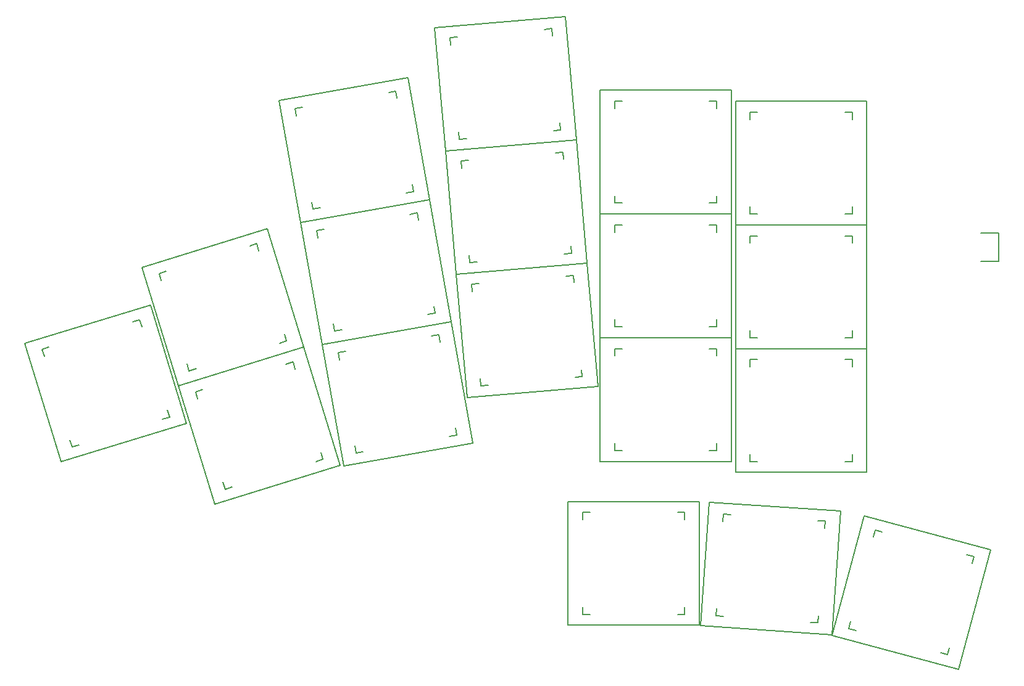
<source format=gbr>
%TF.GenerationSoftware,KiCad,Pcbnew,(6.0.4-0)*%
%TF.CreationDate,2022-07-27T11:57:38+02:00*%
%TF.ProjectId,basbousa,62617362-6f75-4736-912e-6b696361645f,v1.0.0*%
%TF.SameCoordinates,Original*%
%TF.FileFunction,OtherDrawing,Comment*%
%FSLAX46Y46*%
G04 Gerber Fmt 4.6, Leading zero omitted, Abs format (unit mm)*
G04 Created by KiCad (PCBNEW (6.0.4-0)) date 2022-07-27 11:57:38*
%MOMM*%
%LPD*%
G01*
G04 APERTURE LIST*
%ADD10C,0.150000*%
G04 APERTURE END LIST*
D10*
%TO.C,T1*%
X161119000Y89708000D02*
X158619000Y89708000D01*
X158619000Y93608000D02*
X161119000Y93608000D01*
X161119000Y93608000D02*
X161119000Y89708000D01*
%TO.C,S11*%
X67022321Y96843638D02*
X66848673Y97828446D01*
X65313178Y95019131D02*
X62361159Y111760862D01*
X80635981Y100259521D02*
X80809630Y99274713D01*
X78378555Y113062022D02*
X78552203Y112077214D01*
X65576054Y110804595D02*
X64591246Y110630947D01*
X78378555Y113062022D02*
X77393747Y112888373D01*
X62361159Y111760861D02*
X80087697Y114886529D01*
X67022322Y96843638D02*
X66848673Y97828446D01*
X64764895Y109646138D02*
X64591247Y110630946D01*
X79824822Y99101065D02*
X80809630Y99274713D01*
X78378554Y113062021D02*
X78552203Y112077213D01*
X67022322Y96843638D02*
X68007129Y97017286D01*
X83039717Y98144798D02*
X65313179Y95019130D01*
X80635982Y100259520D02*
X80809630Y99274713D01*
X65576055Y110804593D02*
X64591247Y110630946D01*
X78378554Y113062021D02*
X77393747Y112888372D01*
X79824822Y99101065D02*
X80809630Y99274713D01*
X62361159Y111760862D02*
X80087698Y114886529D01*
X80087698Y114886529D02*
X83039717Y98144798D01*
X64764895Y109646139D02*
X64591246Y110630947D01*
X67022321Y96843638D02*
X68007129Y97017287D01*
X80087697Y114886529D02*
X83039717Y98144798D01*
X65313179Y95019130D02*
X62361159Y111760861D01*
X83039717Y98144798D02*
X65313178Y95019131D01*
%TO.C,S15*%
X103130061Y106366224D02*
X104611709Y89430914D01*
X88541860Y89530714D02*
X89538055Y89617870D01*
X85198557Y104797420D02*
X103130061Y106366224D01*
X101268405Y104697620D02*
X100272211Y104610463D01*
X88541860Y89530714D02*
X88454705Y90526909D01*
X88541861Y89530713D02*
X88454705Y90526909D01*
X88317875Y103564593D02*
X87321680Y103477439D01*
X104611709Y89430914D02*
X86680205Y87862110D01*
X103130060Y106366224D02*
X104611709Y89430914D01*
X85198557Y104797419D02*
X103130060Y106366224D01*
X87408836Y102481244D02*
X87321680Y103477439D01*
X87408836Y102481245D02*
X87321680Y103477440D01*
X88541861Y89530713D02*
X89538055Y89617869D01*
X101268406Y104697620D02*
X101355561Y103701425D01*
X86680206Y87862109D02*
X85198557Y104797419D01*
X101492391Y90663739D02*
X102488586Y90750894D01*
X86680205Y87862110D02*
X85198557Y104797420D01*
X102401430Y91747088D02*
X102488586Y90750894D01*
X101492391Y90663739D02*
X102488586Y90750894D01*
X101268406Y104697620D02*
X100272211Y104610464D01*
X101268405Y104697620D02*
X101355562Y103701424D01*
X88317875Y103564595D02*
X87321680Y103477440D01*
X104611709Y89430914D02*
X86680206Y87862109D01*
X102401430Y91747089D02*
X102488586Y90750894D01*
%TO.C,S21*%
X108411088Y80686016D02*
X108411087Y81686017D01*
X124411087Y79186017D02*
X106411088Y79186016D01*
X122411087Y94686017D02*
X121411087Y94686017D01*
X109411087Y94686017D02*
X108411087Y94686017D01*
X122411087Y81686016D02*
X122411087Y80686017D01*
X124411087Y96186017D02*
X124411087Y79186017D01*
X106411088Y79186016D02*
X106411087Y96186016D01*
X106411087Y96186016D02*
X124411086Y96186017D01*
X122411087Y94686017D02*
X122411087Y93686017D01*
X108411087Y80686017D02*
X108411087Y81686017D01*
X122411086Y94686017D02*
X121411087Y94686016D01*
X124411087Y79186017D02*
X106411087Y79186017D01*
X108411088Y80686016D02*
X109411087Y80686016D01*
X108411087Y80686017D02*
X109411087Y80686017D01*
X124411086Y96186017D02*
X124411087Y79186017D01*
X121411087Y80686017D02*
X122411087Y80686017D01*
X109411087Y94686015D02*
X108411087Y94686016D01*
X108411087Y93686016D02*
X108411087Y94686016D01*
X106411087Y96186017D02*
X124411087Y96186017D01*
X122411086Y94686017D02*
X122411087Y93686016D01*
X121411087Y80686017D02*
X122411087Y80686017D01*
X108411087Y93686017D02*
X108411087Y94686017D01*
X122411087Y81686017D02*
X122411087Y80686017D01*
X106411087Y79186017D02*
X106411087Y96186017D01*
%TO.C,S29*%
X126985000Y109177999D02*
X126985000Y110177999D01*
X139985000Y96178000D02*
X140985000Y96178000D01*
X140985000Y97177999D02*
X140985000Y96178000D01*
X127985000Y110177998D02*
X126985000Y110177999D01*
X127985000Y110178000D02*
X126985000Y110178000D01*
X126985000Y96178000D02*
X126985000Y97178000D01*
X140985000Y110178000D02*
X140985000Y109178000D01*
X124985001Y94677999D02*
X124985000Y111677999D01*
X126985000Y109178000D02*
X126985000Y110178000D01*
X142985000Y111678000D02*
X142985000Y94678000D01*
X140984999Y110178000D02*
X139985000Y110177999D01*
X139985000Y96178000D02*
X140985000Y96178000D01*
X126985001Y96177999D02*
X127985000Y96177999D01*
X124985000Y94678000D02*
X124985000Y111678000D01*
X124985000Y111678000D02*
X142985000Y111678000D01*
X126985001Y96177999D02*
X126985000Y97178000D01*
X142985000Y94678000D02*
X124985001Y94677999D01*
X140984999Y110178000D02*
X140985000Y109177999D01*
X142985000Y94678000D02*
X124985000Y94678000D01*
X142984999Y111678000D02*
X142985000Y94678000D01*
X140985000Y110178000D02*
X139985000Y110178000D01*
X140985000Y97178000D02*
X140985000Y96178000D01*
X124985000Y111677999D02*
X142984999Y111678000D01*
X126985000Y96178000D02*
X127985000Y96178000D01*
%TO.C,S33*%
X154306567Y36588712D02*
X154047747Y35622786D01*
X138204706Y38315001D02*
X142604629Y54735740D01*
X145114178Y52510395D02*
X144148253Y52769214D01*
X140524787Y39246251D02*
X140783605Y40212178D01*
X157671214Y49145747D02*
X156705288Y49404567D01*
X157671213Y49145748D02*
X156705288Y49404566D01*
X155591371Y33656259D02*
X138204706Y38315001D01*
X142604629Y54735740D02*
X159991293Y50076998D01*
X140524786Y39246253D02*
X141490712Y38987433D01*
X153081822Y35881605D02*
X154047747Y35622786D01*
X157671214Y49145747D02*
X157412395Y48179822D01*
X154306566Y36588711D02*
X154047747Y35622786D01*
X143889433Y51803288D02*
X144148253Y52769214D01*
X145114178Y52510393D02*
X144148252Y52769213D01*
X157671213Y49145748D02*
X157412395Y48179821D01*
X159991294Y50076998D02*
X155591371Y33656259D01*
X155591371Y33656259D02*
X138204706Y38315002D01*
X143889433Y51803287D02*
X144148252Y52769213D01*
X159991293Y50076998D02*
X155591371Y33656259D01*
X153081822Y35881605D02*
X154047747Y35622786D01*
X140524786Y39246253D02*
X140783605Y40212178D01*
X142604629Y54735741D02*
X159991294Y50076998D01*
X140524787Y39246251D02*
X141490711Y38987433D01*
X138204706Y38315002D02*
X142604629Y54735741D01*
%TO.C,S7*%
X85991735Y81403065D02*
X88943755Y64661334D01*
X72926359Y63360174D02*
X72752711Y64344982D01*
X68265197Y78277397D02*
X85991735Y81403065D01*
X71217217Y61535666D02*
X68265197Y78277397D01*
X85991736Y81403065D02*
X88943755Y64661334D01*
X84282593Y79578558D02*
X84456241Y78593750D01*
X70668933Y76162674D02*
X70495285Y77147482D01*
X68265197Y78277398D02*
X85991736Y81403065D01*
X84282593Y79578558D02*
X83297785Y79404909D01*
X85728860Y65617601D02*
X86713668Y65791249D01*
X72926360Y63360174D02*
X72752711Y64344982D01*
X70668933Y76162675D02*
X70495284Y77147483D01*
X86540020Y66776056D02*
X86713668Y65791249D01*
X85728860Y65617601D02*
X86713668Y65791249D01*
X71480092Y77321131D02*
X70495284Y77147483D01*
X71480093Y77321129D02*
X70495285Y77147482D01*
X84282592Y79578557D02*
X83297785Y79404908D01*
X86540019Y66776057D02*
X86713668Y65791249D01*
X71217216Y61535667D02*
X68265197Y78277398D01*
X88943755Y64661334D02*
X71217216Y61535667D01*
X88943755Y64661334D02*
X71217217Y61535666D01*
X84282592Y79578557D02*
X84456241Y78593749D01*
X72926359Y63360174D02*
X73911167Y63533823D01*
X72926360Y63360174D02*
X73911167Y63533822D01*
%TO.C,T2*%
X161119000Y89708000D02*
X158619000Y89708000D01*
X161119000Y93608000D02*
X161119000Y89708000D01*
X158619000Y93608000D02*
X161119000Y93608000D01*
%TO.C,S1*%
X33952087Y64181009D02*
X33659714Y65137315D01*
X33952087Y64181009D02*
X34908391Y64473381D01*
X49691519Y67424500D02*
X32478035Y62161809D01*
X33952086Y64181010D02*
X33659714Y65137315D01*
X30815187Y77861648D02*
X29858882Y77569276D01*
X44721199Y83681680D02*
X49691519Y67424500D01*
X46384047Y67981842D02*
X47340352Y68274214D01*
X32478034Y62161809D02*
X27507715Y78418990D01*
X43247148Y81662480D02*
X42290844Y81370109D01*
X47047981Y69230517D02*
X47340352Y68274214D01*
X30151253Y76612972D02*
X29858882Y77569276D01*
X27507715Y78418989D02*
X44721199Y83681680D01*
X32478035Y62161809D02*
X27507715Y78418989D01*
X47047981Y69230518D02*
X47340352Y68274214D01*
X46384047Y67981842D02*
X47340352Y68274214D01*
X27507715Y78418990D02*
X44721200Y83681681D01*
X30815187Y77861646D02*
X29858882Y77569275D01*
X30151254Y76612971D02*
X29858882Y77569275D01*
X43247148Y81662480D02*
X43539520Y80706175D01*
X44721200Y83681681D02*
X49691519Y67424500D01*
X43247147Y81662480D02*
X42290844Y81370108D01*
X49691519Y67424500D02*
X32478034Y62161809D01*
X33952086Y64181010D02*
X34908390Y64473381D01*
X43247147Y81662480D02*
X43539520Y80706175D01*
%TO.C,S5*%
X43571104Y88863441D02*
X60784588Y94126132D01*
X65754908Y77868952D02*
X48541423Y72606261D01*
X59310537Y92106932D02*
X58354233Y91814561D01*
X59310536Y92106932D02*
X58354233Y91814560D01*
X62447436Y78426294D02*
X63403741Y78718666D01*
X63111370Y79674970D02*
X63403741Y78718666D01*
X46214643Y87057423D02*
X45922271Y88013727D01*
X50015476Y74625461D02*
X49723103Y75581767D01*
X48541424Y72606261D02*
X43571104Y88863441D01*
X62447436Y78426294D02*
X63403741Y78718666D01*
X59310537Y92106932D02*
X59602909Y91150627D01*
X46878576Y88306098D02*
X45922271Y88013727D01*
X50015475Y74625462D02*
X49723103Y75581767D01*
X63111370Y79674969D02*
X63403741Y78718666D01*
X59310536Y92106932D02*
X59602909Y91150627D01*
X50015476Y74625461D02*
X50971780Y74917833D01*
X60784588Y94126132D02*
X65754908Y77868952D01*
X43571104Y88863442D02*
X60784589Y94126133D01*
X48541423Y72606261D02*
X43571104Y88863442D01*
X65754908Y77868952D02*
X48541424Y72606261D01*
X46878576Y88306100D02*
X45922271Y88013728D01*
X46214642Y87057424D02*
X45922271Y88013728D01*
X50015475Y74625462D02*
X50971779Y74917833D01*
X60784589Y94126133D02*
X65754908Y77868952D01*
%TO.C,S27*%
X124985000Y94677999D02*
X142984999Y94678000D01*
X142985000Y77678000D02*
X124985000Y77678000D01*
X139985000Y79178000D02*
X140985000Y79178000D01*
X142985000Y77678000D02*
X124985001Y77677999D01*
X126985000Y92177999D02*
X126985000Y93177999D01*
X140985000Y80177999D02*
X140985000Y79178000D01*
X127985000Y93177998D02*
X126985000Y93177999D01*
X140985000Y93178000D02*
X139985000Y93178000D01*
X126985000Y92178000D02*
X126985000Y93178000D01*
X140984999Y93178000D02*
X140985000Y92177999D01*
X140985000Y80178000D02*
X140985000Y79178000D01*
X142984999Y94678000D02*
X142985000Y77678000D01*
X126985000Y79178000D02*
X127985000Y79178000D01*
X139985000Y79178000D02*
X140985000Y79178000D01*
X124985000Y94678000D02*
X142985000Y94678000D01*
X127985000Y93178000D02*
X126985000Y93178000D01*
X140984999Y93178000D02*
X139985000Y93177999D01*
X124985001Y77677999D02*
X124985000Y94677999D01*
X126985001Y79177999D02*
X126985000Y80178000D01*
X142985000Y94678000D02*
X142985000Y77678000D01*
X126985000Y79178000D02*
X126985000Y80178000D01*
X124985000Y77678000D02*
X124985000Y94678000D01*
X140985000Y93178000D02*
X140985000Y92178000D01*
X126985001Y79177999D02*
X127985000Y79177999D01*
%TO.C,S9*%
X83588001Y83517788D02*
X83761649Y82532981D01*
X68265197Y78277399D02*
X65313178Y95019130D01*
X85991736Y81403066D02*
X68265198Y78277398D01*
X68528074Y94062861D02*
X67543266Y93889214D01*
X85991736Y81403066D02*
X68265197Y78277399D01*
X68265198Y78277398D02*
X65313178Y95019129D01*
X69974341Y80101906D02*
X70959148Y80275554D01*
X83588000Y83517789D02*
X83761649Y82532981D01*
X82776841Y82359333D02*
X83761649Y82532981D01*
X69974341Y80101906D02*
X69800692Y81086714D01*
X81330574Y96320290D02*
X81504222Y95335482D01*
X67716914Y92904407D02*
X67543265Y93889215D01*
X69974340Y80101906D02*
X70959148Y80275555D01*
X69974340Y80101906D02*
X69800692Y81086714D01*
X81330573Y96320289D02*
X80345766Y96146640D01*
X81330573Y96320289D02*
X81504222Y95335481D01*
X83039716Y98144797D02*
X85991736Y81403066D01*
X67716914Y92904406D02*
X67543266Y93889214D01*
X65313178Y95019130D02*
X83039717Y98144797D01*
X83039717Y98144797D02*
X85991736Y81403066D01*
X82776841Y82359333D02*
X83761649Y82532981D01*
X68528073Y94062863D02*
X67543265Y93889215D01*
X65313178Y95019129D02*
X83039716Y98144797D01*
X81330574Y96320290D02*
X80345766Y96146641D01*
%TO.C,S13*%
X90023508Y72595404D02*
X89936353Y73591599D01*
X104611709Y89430914D02*
X106093357Y72495604D01*
X102974039Y73728429D02*
X103970234Y73815584D01*
X88161853Y70926800D02*
X86680205Y87862110D01*
X90023508Y72595404D02*
X91019703Y72682560D01*
X88890484Y85545934D02*
X88803328Y86542129D01*
X88890484Y85545935D02*
X88803328Y86542130D01*
X89799523Y86629283D02*
X88803328Y86542129D01*
X102750053Y87762310D02*
X102837210Y86766114D01*
X103883078Y74811779D02*
X103970234Y73815584D01*
X88161854Y70926799D02*
X86680205Y87862109D01*
X86680205Y87862109D02*
X104611708Y89430914D01*
X89799523Y86629285D02*
X88803328Y86542130D01*
X106093357Y72495604D02*
X88161853Y70926800D01*
X102750053Y87762310D02*
X101753859Y87675153D01*
X102750054Y87762310D02*
X101753859Y87675154D01*
X103883078Y74811778D02*
X103970234Y73815584D01*
X86680205Y87862110D02*
X104611709Y89430914D01*
X102750054Y87762310D02*
X102837209Y86766115D01*
X104611708Y89430914D02*
X106093357Y72495604D01*
X106093357Y72495604D02*
X88161854Y70926799D01*
X90023509Y72595403D02*
X89936353Y73591599D01*
X90023509Y72595403D02*
X91019703Y72682559D01*
X102974039Y73728429D02*
X103970234Y73815584D01*
%TO.C,S17*%
X103130062Y106366224D02*
X85198558Y104797420D01*
X101648413Y123301534D02*
X103130062Y106366224D01*
X87060213Y106466024D02*
X86973058Y107462219D01*
X83716910Y121732730D02*
X101648414Y123301534D01*
X100919783Y108682399D02*
X101006939Y107686204D01*
X85927189Y119416554D02*
X85840033Y120412749D01*
X100010744Y107599049D02*
X101006939Y107686204D01*
X86836228Y120499903D02*
X85840033Y120412749D01*
X99786759Y121632930D02*
X99873914Y120636735D01*
X85198558Y104797420D02*
X83716910Y121732730D01*
X100919783Y108682398D02*
X101006939Y107686204D01*
X99786758Y121632930D02*
X98790564Y121545773D01*
X87060214Y106466023D02*
X86973058Y107462219D01*
X99786758Y121632930D02*
X99873915Y120636734D01*
X86836228Y120499905D02*
X85840033Y120412750D01*
X100010744Y107599049D02*
X101006939Y107686204D01*
X101648414Y123301534D02*
X103130062Y106366224D01*
X99786759Y121632930D02*
X98790564Y121545774D01*
X87060213Y106466024D02*
X88056408Y106553180D01*
X85927189Y119416555D02*
X85840033Y120412750D01*
X87060214Y106466023D02*
X88056408Y106553179D01*
X83716910Y121732729D02*
X101648413Y123301534D01*
X103130062Y106366224D02*
X85198559Y104797419D01*
X85198559Y104797419D02*
X83716910Y121732729D01*
%TO.C,S31*%
X139365005Y55349486D02*
X138179146Y38390897D01*
X123229590Y53971679D02*
X123299347Y54969243D01*
X137265244Y53992653D02*
X136267680Y54062410D01*
X121408854Y56605103D02*
X139365006Y55349486D01*
X136358410Y41024320D02*
X136288653Y40026756D01*
X121408854Y56605102D02*
X139365005Y55349486D01*
X137265243Y53992653D02*
X137195487Y52995088D01*
X138179146Y38390897D02*
X120222994Y39646513D01*
X122322756Y41003347D02*
X123320320Y40933590D01*
X124296911Y54899487D02*
X123299347Y54969244D01*
X135291089Y40096513D02*
X136288653Y40026756D01*
X124296911Y54899485D02*
X123299347Y54969243D01*
X120222994Y39646513D02*
X121408854Y56605102D01*
X139365006Y55349486D02*
X138179146Y38390897D01*
X122322756Y41003347D02*
X122392513Y42000911D01*
X137265244Y53992653D02*
X137195487Y52995089D01*
X135291089Y40096513D02*
X136288653Y40026756D01*
X136358409Y41024319D02*
X136288653Y40026756D01*
X122322757Y41003346D02*
X122392513Y42000911D01*
X137265243Y53992653D02*
X136267680Y54062409D01*
X120222994Y39646514D02*
X121408854Y56605103D01*
X138179146Y38390897D02*
X120222994Y39646514D01*
X123229590Y53971680D02*
X123299347Y54969244D01*
X122322757Y41003346D02*
X123320320Y40933589D01*
%TO.C,S3*%
X67417755Y62169113D02*
X68374060Y62461485D01*
X51184962Y70800242D02*
X50892590Y71756546D01*
X65754907Y77868951D02*
X70725227Y61611771D01*
X54985795Y58368280D02*
X54693422Y59324586D01*
X64280856Y75849751D02*
X63324552Y75557380D01*
X53511743Y56349080D02*
X48541423Y72606260D01*
X53511742Y56349080D02*
X48541423Y72606261D01*
X48541423Y72606260D02*
X65754907Y77868951D01*
X48541423Y72606261D02*
X65754908Y77868952D01*
X65754908Y77868952D02*
X70725227Y61611771D01*
X51848895Y72048917D02*
X50892590Y71756546D01*
X64280855Y75849751D02*
X63324552Y75557379D01*
X64280856Y75849751D02*
X64573228Y74893446D01*
X54985794Y58368281D02*
X55942098Y58660652D01*
X68081689Y63417789D02*
X68374060Y62461485D01*
X51184961Y70800243D02*
X50892590Y71756547D01*
X64280855Y75849751D02*
X64573228Y74893446D01*
X67417755Y62169113D02*
X68374060Y62461485D01*
X68081689Y63417788D02*
X68374060Y62461485D01*
X54985794Y58368281D02*
X54693422Y59324586D01*
X51848895Y72048919D02*
X50892590Y71756547D01*
X70725227Y61611771D02*
X53511742Y56349080D01*
X54985795Y58368280D02*
X55942099Y58660652D01*
X70725227Y61611771D02*
X53511743Y56349080D01*
%TO.C,S23*%
X108411087Y110686017D02*
X108411087Y111686017D01*
X106411087Y96186017D02*
X106411087Y113186017D01*
X124411087Y96186017D02*
X106411087Y96186017D01*
X124411086Y113186017D02*
X124411087Y96186017D01*
X122411087Y98686017D02*
X122411087Y97686017D01*
X122411087Y111686017D02*
X122411087Y110686017D01*
X124411087Y113186017D02*
X124411087Y96186017D01*
X108411088Y97686016D02*
X108411087Y98686017D01*
X108411087Y97686017D02*
X109411087Y97686017D01*
X121411087Y97686017D02*
X122411087Y97686017D01*
X122411087Y98686016D02*
X122411087Y97686017D01*
X108411088Y97686016D02*
X109411087Y97686016D01*
X109411087Y111686017D02*
X108411087Y111686017D01*
X124411087Y96186017D02*
X106411088Y96186016D01*
X108411087Y110686016D02*
X108411087Y111686016D01*
X122411087Y111686017D02*
X121411087Y111686017D01*
X106411088Y96186016D02*
X106411087Y113186016D01*
X106411087Y113186016D02*
X124411086Y113186017D01*
X121411087Y97686017D02*
X122411087Y97686017D01*
X106411087Y113186017D02*
X124411087Y113186017D01*
X122411086Y111686017D02*
X121411087Y111686016D01*
X109411087Y111686015D02*
X108411087Y111686016D01*
X122411086Y111686017D02*
X122411087Y110686016D01*
X108411087Y97686017D02*
X108411087Y98686017D01*
%TO.C,S25*%
X124985000Y77677999D02*
X142984999Y77678000D01*
X127985000Y76178000D02*
X126985000Y76178000D01*
X140984999Y76178000D02*
X139985000Y76177999D01*
X142985000Y77678000D02*
X142985000Y60678000D01*
X142985000Y60678000D02*
X124985001Y60677999D01*
X126985000Y75177999D02*
X126985000Y76177999D01*
X140984999Y76178000D02*
X140985000Y75177999D01*
X140985000Y76178000D02*
X139985000Y76178000D01*
X139985000Y62178000D02*
X140985000Y62178000D01*
X126985000Y75178000D02*
X126985000Y76178000D01*
X140985000Y63177999D02*
X140985000Y62178000D01*
X142984999Y77678000D02*
X142985000Y60678000D01*
X126985000Y62178000D02*
X127985000Y62178000D01*
X124985001Y60677999D02*
X124985000Y77677999D01*
X139985000Y62178000D02*
X140985000Y62178000D01*
X140985000Y76178000D02*
X140985000Y75178000D01*
X127985000Y76177998D02*
X126985000Y76177999D01*
X140985000Y63178000D02*
X140985000Y62178000D01*
X126985000Y62178000D02*
X126985000Y63178000D01*
X142985000Y60678000D02*
X124985000Y60678000D01*
X124985000Y77678000D02*
X142985000Y77678000D01*
X124985000Y60678000D02*
X124985000Y77678000D01*
X126985001Y62177999D02*
X127985000Y62177999D01*
X126985001Y62177999D02*
X126985000Y63178000D01*
%TO.C,S19*%
X108411087Y76686016D02*
X108411087Y77686016D01*
X124411087Y62186017D02*
X106411088Y62186016D01*
X122411087Y64686017D02*
X122411087Y63686017D01*
X122411087Y77686017D02*
X121411087Y77686017D01*
X106411087Y79186017D02*
X124411087Y79186017D01*
X108411088Y63686016D02*
X108411087Y64686017D01*
X124411087Y79186017D02*
X124411087Y62186017D01*
X106411087Y62186017D02*
X106411087Y79186017D01*
X106411088Y62186016D02*
X106411087Y79186016D01*
X108411087Y63686017D02*
X108411087Y64686017D01*
X124411086Y79186017D02*
X124411087Y62186017D01*
X108411087Y76686017D02*
X108411087Y77686017D01*
X122411086Y77686017D02*
X121411087Y77686016D01*
X109411087Y77686015D02*
X108411087Y77686016D01*
X108411087Y63686017D02*
X109411087Y63686017D01*
X124411087Y62186017D02*
X106411087Y62186017D01*
X108411088Y63686016D02*
X109411087Y63686016D01*
X122411086Y77686017D02*
X122411087Y76686016D01*
X122411087Y64686016D02*
X122411087Y63686017D01*
X106411087Y79186016D02*
X124411086Y79186017D01*
X121411087Y63686017D02*
X122411087Y63686017D01*
X109411087Y77686017D02*
X108411087Y77686017D01*
X121411087Y63686017D02*
X122411087Y63686017D01*
X122411087Y77686017D02*
X122411087Y76686017D01*
%TO.C,S31*%
X104010320Y41188381D02*
X104010319Y42188382D01*
X104010319Y54188381D02*
X104010319Y55188381D01*
X118010319Y55188382D02*
X118010319Y54188382D01*
X102010319Y56688381D02*
X120010318Y56688382D01*
X118010318Y55188382D02*
X118010319Y54188381D01*
X104010319Y41188382D02*
X105010319Y41188382D01*
X120010318Y56688382D02*
X120010319Y39688382D01*
X102010319Y56688382D02*
X120010319Y56688382D01*
X104010320Y41188381D02*
X105010319Y41188381D01*
X117010319Y41188382D02*
X118010319Y41188382D01*
X118010319Y42188382D02*
X118010319Y41188382D01*
X102010319Y39688382D02*
X102010319Y56688382D01*
X120010319Y39688382D02*
X102010320Y39688381D01*
X120010319Y56688382D02*
X120010319Y39688382D01*
X105010319Y55188382D02*
X104010319Y55188382D01*
X105010319Y55188380D02*
X104010319Y55188381D01*
X118010318Y55188382D02*
X117010319Y55188381D01*
X102010320Y39688381D02*
X102010319Y56688381D01*
X104010319Y54188382D02*
X104010319Y55188382D01*
X118010319Y55188382D02*
X117010319Y55188382D01*
X118010319Y42188381D02*
X118010319Y41188382D01*
X104010319Y41188382D02*
X104010319Y42188382D01*
X117010319Y41188382D02*
X118010319Y41188382D01*
X120010319Y39688382D02*
X102010319Y39688382D01*
%TD*%
M02*

</source>
